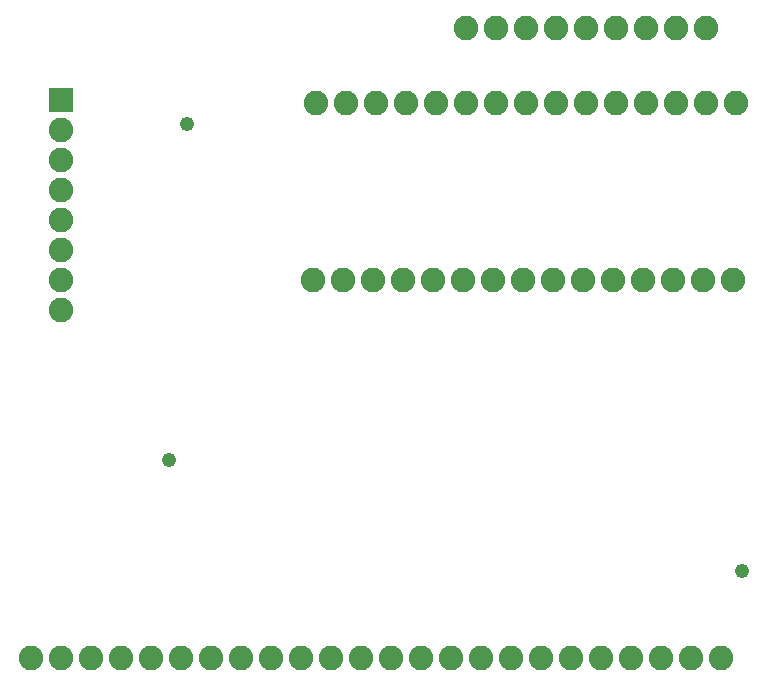
<source format=gts>
G75*
%MOIN*%
%OFA0B0*%
%FSLAX25Y25*%
%IPPOS*%
%LPD*%
%AMOC8*
5,1,8,0,0,1.08239X$1,22.5*
%
%ADD10R,0.08200X0.08200*%
%ADD11C,0.08200*%
%ADD12C,0.04762*%
D10*
X0049800Y0217800D03*
D11*
X0039800Y0031800D03*
X0049800Y0031800D03*
X0059800Y0031800D03*
X0069800Y0031800D03*
X0079800Y0031800D03*
X0089800Y0031800D03*
X0099800Y0031800D03*
X0109800Y0031800D03*
X0119800Y0031800D03*
X0129800Y0031800D03*
X0139800Y0031800D03*
X0149800Y0031800D03*
X0159800Y0031800D03*
X0169800Y0031800D03*
X0179800Y0031800D03*
X0189800Y0031800D03*
X0199800Y0031800D03*
X0209800Y0031800D03*
X0219800Y0031800D03*
X0229800Y0031800D03*
X0239800Y0031800D03*
X0249800Y0031800D03*
X0259800Y0031800D03*
X0269800Y0031800D03*
X0273800Y0157800D03*
X0263800Y0157800D03*
X0253800Y0157800D03*
X0243800Y0157800D03*
X0233800Y0157800D03*
X0223800Y0157800D03*
X0213800Y0157800D03*
X0203800Y0157800D03*
X0193800Y0157800D03*
X0183800Y0157800D03*
X0173800Y0157800D03*
X0163800Y0157800D03*
X0153800Y0157800D03*
X0143800Y0157800D03*
X0133800Y0157800D03*
X0134800Y0216800D03*
X0144800Y0216800D03*
X0154800Y0216800D03*
X0164800Y0216800D03*
X0174800Y0216800D03*
X0184800Y0216800D03*
X0194800Y0216800D03*
X0204800Y0216800D03*
X0214800Y0216800D03*
X0224800Y0216800D03*
X0234800Y0216800D03*
X0244800Y0216800D03*
X0254800Y0216800D03*
X0264800Y0216800D03*
X0274800Y0216800D03*
X0264800Y0241800D03*
X0254800Y0241800D03*
X0244800Y0241800D03*
X0234800Y0241800D03*
X0224800Y0241800D03*
X0214800Y0241800D03*
X0204800Y0241800D03*
X0194800Y0241800D03*
X0184800Y0241800D03*
X0049800Y0207800D03*
X0049800Y0197800D03*
X0049800Y0187800D03*
X0049800Y0177800D03*
X0049800Y0167800D03*
X0049800Y0157800D03*
X0049800Y0147800D03*
D12*
X0085800Y0097800D03*
X0091800Y0209800D03*
X0276800Y0060800D03*
M02*

</source>
